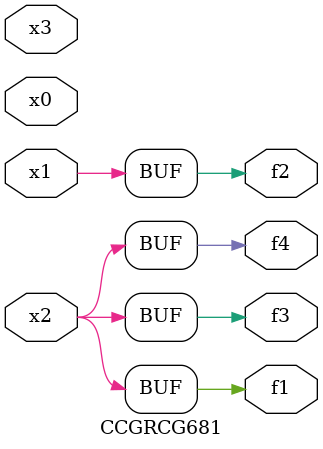
<source format=v>
module CCGRCG681(
	input x0, x1, x2, x3,
	output f1, f2, f3, f4
);
	assign f1 = x2;
	assign f2 = x1;
	assign f3 = x2;
	assign f4 = x2;
endmodule

</source>
